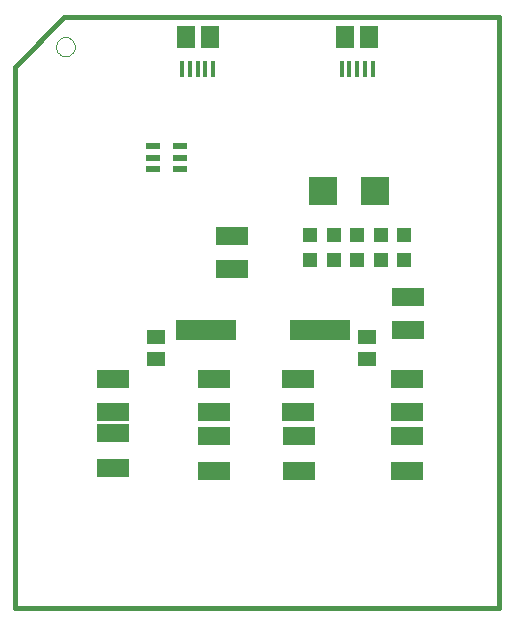
<source format=gtp>
G75*
%MOIN*%
%OFA0B0*%
%FSLAX24Y24*%
%IPPOS*%
%LPD*%
%AMOC8*
5,1,8,0,0,1.08239X$1,22.5*
%
%ADD10C,0.0160*%
%ADD11C,0.0000*%
%ADD12R,0.1063X0.0591*%
%ADD13R,0.1063X0.0630*%
%ADD14R,0.0472X0.0472*%
%ADD15R,0.2000X0.0700*%
%ADD16R,0.0157X0.0531*%
%ADD17R,0.0591X0.0748*%
%ADD18R,0.0945X0.0945*%
%ADD19R,0.0591X0.0512*%
%ADD20R,0.0472X0.0236*%
D10*
X002254Y004003D02*
X018396Y004003D01*
X018396Y023688D01*
X003907Y023688D01*
X002254Y022034D01*
X002254Y004003D01*
D11*
X003632Y022704D02*
X003634Y022739D01*
X003640Y022774D01*
X003650Y022808D01*
X003663Y022841D01*
X003680Y022872D01*
X003701Y022900D01*
X003724Y022927D01*
X003751Y022950D01*
X003779Y022971D01*
X003810Y022988D01*
X003843Y023001D01*
X003877Y023011D01*
X003912Y023017D01*
X003947Y023019D01*
X003982Y023017D01*
X004017Y023011D01*
X004051Y023001D01*
X004084Y022988D01*
X004115Y022971D01*
X004143Y022950D01*
X004170Y022927D01*
X004193Y022900D01*
X004214Y022872D01*
X004231Y022841D01*
X004244Y022808D01*
X004254Y022774D01*
X004260Y022739D01*
X004262Y022704D01*
X004260Y022669D01*
X004254Y022634D01*
X004244Y022600D01*
X004231Y022567D01*
X004214Y022536D01*
X004193Y022508D01*
X004170Y022481D01*
X004143Y022458D01*
X004115Y022437D01*
X004084Y022420D01*
X004051Y022407D01*
X004017Y022397D01*
X003982Y022391D01*
X003947Y022389D01*
X003912Y022391D01*
X003877Y022397D01*
X003843Y022407D01*
X003810Y022420D01*
X003779Y022437D01*
X003751Y022458D01*
X003724Y022481D01*
X003701Y022508D01*
X003680Y022536D01*
X003663Y022567D01*
X003650Y022600D01*
X003640Y022634D01*
X003634Y022669D01*
X003632Y022704D01*
D12*
X005522Y009830D03*
X005522Y008668D03*
X008907Y008550D03*
X008907Y009712D03*
X011742Y009712D03*
X011742Y008550D03*
X015325Y008550D03*
X015325Y009712D03*
D13*
X015325Y010538D03*
X015325Y011641D03*
X015364Y013255D03*
X015364Y014357D03*
X011703Y011641D03*
X011703Y010538D03*
X008907Y010538D03*
X008907Y011641D03*
X009498Y015302D03*
X009498Y016405D03*
X005522Y011641D03*
X005522Y010538D03*
D14*
X012096Y015597D03*
X012096Y016424D03*
X012884Y016424D03*
X012884Y015597D03*
X013671Y015597D03*
X013671Y016424D03*
X014459Y016424D03*
X014459Y015597D03*
X015246Y015597D03*
X015246Y016424D03*
D15*
X012422Y013255D03*
X008622Y013255D03*
D16*
X008612Y021966D03*
X008868Y021966D03*
X008356Y021966D03*
X008100Y021966D03*
X007844Y021966D03*
X013159Y021966D03*
X013415Y021966D03*
X013671Y021966D03*
X013927Y021966D03*
X014183Y021966D03*
D17*
X014065Y023019D03*
X013277Y023015D03*
X008750Y023019D03*
X007962Y023015D03*
D18*
X012529Y017901D03*
X014262Y017901D03*
D19*
X013986Y013038D03*
X013986Y012290D03*
X006978Y012290D03*
X006978Y013038D03*
D20*
X006860Y018629D03*
X006860Y019003D03*
X006860Y019377D03*
X007766Y019377D03*
X007766Y019003D03*
X007766Y018629D03*
M02*

</source>
